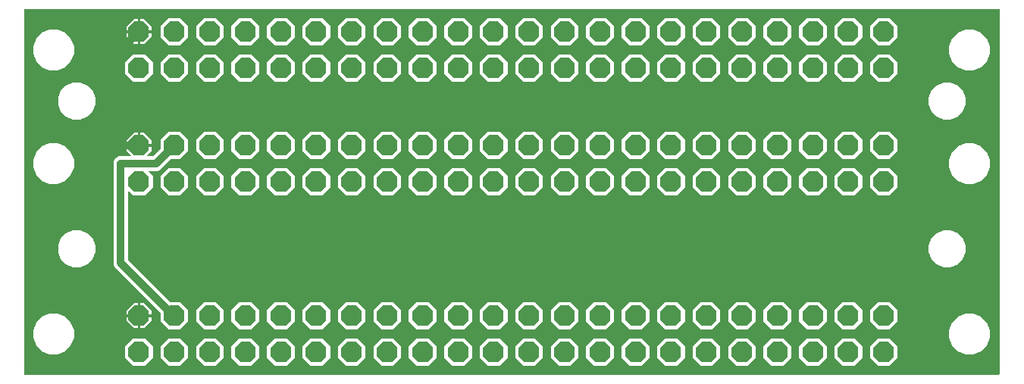
<source format=gbl>
G04 EAGLE Gerber RS-274X export*
G75*
%MOMM*%
%FSLAX34Y34*%
%LPD*%
%INBottom Copper*%
%IPPOS*%
%AMOC8*
5,1,8,0,0,1.08239X$1,22.5*%
G01*
%ADD10P,2.474344X8X202.500000*%
%ADD11P,2.474344X8X22.500000*%
%ADD12C,0.812800*%

G36*
X1093490Y5084D02*
X1093490Y5084D01*
X1093509Y5082D01*
X1093611Y5104D01*
X1093713Y5120D01*
X1093730Y5130D01*
X1093750Y5134D01*
X1093839Y5187D01*
X1093930Y5236D01*
X1093944Y5250D01*
X1093961Y5260D01*
X1094028Y5339D01*
X1094100Y5414D01*
X1094108Y5432D01*
X1094121Y5447D01*
X1094160Y5543D01*
X1094203Y5637D01*
X1094205Y5657D01*
X1094213Y5675D01*
X1094231Y5842D01*
X1094231Y413258D01*
X1094228Y413278D01*
X1094230Y413297D01*
X1094208Y413399D01*
X1094192Y413501D01*
X1094182Y413518D01*
X1094178Y413538D01*
X1094125Y413627D01*
X1094076Y413718D01*
X1094062Y413732D01*
X1094052Y413749D01*
X1093973Y413816D01*
X1093898Y413888D01*
X1093880Y413896D01*
X1093865Y413909D01*
X1093769Y413948D01*
X1093675Y413991D01*
X1093655Y413993D01*
X1093637Y414001D01*
X1093470Y414019D01*
X5842Y414019D01*
X5822Y414016D01*
X5803Y414018D01*
X5701Y413996D01*
X5599Y413980D01*
X5582Y413970D01*
X5562Y413966D01*
X5473Y413913D01*
X5382Y413864D01*
X5368Y413850D01*
X5351Y413840D01*
X5284Y413761D01*
X5212Y413686D01*
X5204Y413668D01*
X5191Y413653D01*
X5152Y413557D01*
X5109Y413463D01*
X5107Y413443D01*
X5099Y413425D01*
X5081Y413258D01*
X5081Y5842D01*
X5084Y5822D01*
X5082Y5803D01*
X5104Y5701D01*
X5120Y5599D01*
X5130Y5582D01*
X5134Y5562D01*
X5187Y5473D01*
X5236Y5382D01*
X5250Y5368D01*
X5260Y5351D01*
X5339Y5284D01*
X5414Y5212D01*
X5432Y5204D01*
X5447Y5191D01*
X5543Y5152D01*
X5637Y5109D01*
X5657Y5107D01*
X5675Y5099D01*
X5842Y5081D01*
X1093470Y5081D01*
X1093490Y5084D01*
G37*
%LPC*%
G36*
X166302Y55625D02*
X166302Y55625D01*
X157225Y64702D01*
X157225Y73851D01*
X157211Y73941D01*
X157203Y74032D01*
X157191Y74062D01*
X157186Y74094D01*
X157143Y74175D01*
X157107Y74258D01*
X157081Y74291D01*
X157070Y74311D01*
X157047Y74333D01*
X157002Y74389D01*
X108215Y123177D01*
X105821Y125570D01*
X104584Y128558D01*
X104584Y242917D01*
X105821Y245905D01*
X108108Y248191D01*
X111096Y249429D01*
X123692Y249429D01*
X123763Y249440D01*
X123834Y249442D01*
X123883Y249460D01*
X123935Y249468D01*
X123998Y249502D01*
X124065Y249527D01*
X124106Y249559D01*
X124152Y249584D01*
X124201Y249636D01*
X124257Y249680D01*
X124286Y249724D01*
X124321Y249762D01*
X124352Y249827D01*
X124390Y249887D01*
X124403Y249938D01*
X124425Y249985D01*
X124433Y250056D01*
X124450Y250126D01*
X124446Y250178D01*
X124452Y250229D01*
X124437Y250300D01*
X124431Y250371D01*
X124411Y250419D01*
X124400Y250470D01*
X124363Y250531D01*
X124335Y250597D01*
X124290Y250653D01*
X124274Y250681D01*
X124263Y250690D01*
X124260Y250694D01*
X124251Y250702D01*
X124230Y250728D01*
X119125Y255833D01*
X119125Y260097D01*
X132334Y260097D01*
X132354Y260100D01*
X132373Y260098D01*
X132475Y260120D01*
X132577Y260137D01*
X132594Y260146D01*
X132614Y260150D01*
X132703Y260203D01*
X132794Y260252D01*
X132808Y260266D01*
X132825Y260276D01*
X132892Y260355D01*
X132963Y260430D01*
X132972Y260448D01*
X132985Y260463D01*
X133023Y260559D01*
X133067Y260653D01*
X133069Y260673D01*
X133077Y260691D01*
X133095Y260858D01*
X133095Y261621D01*
X133097Y261621D01*
X133097Y260858D01*
X133100Y260839D01*
X133098Y260821D01*
X133098Y260820D01*
X133098Y260819D01*
X133120Y260717D01*
X133137Y260615D01*
X133146Y260598D01*
X133150Y260578D01*
X133203Y260489D01*
X133252Y260398D01*
X133266Y260384D01*
X133276Y260367D01*
X133355Y260300D01*
X133430Y260229D01*
X133448Y260220D01*
X133463Y260207D01*
X133559Y260168D01*
X133653Y260125D01*
X133673Y260123D01*
X133691Y260115D01*
X133858Y260097D01*
X147067Y260097D01*
X147067Y255833D01*
X141962Y250728D01*
X141920Y250670D01*
X141871Y250618D01*
X141849Y250571D01*
X141818Y250529D01*
X141797Y250460D01*
X141767Y250395D01*
X141761Y250343D01*
X141746Y250293D01*
X141748Y250222D01*
X141740Y250151D01*
X141751Y250100D01*
X141752Y250048D01*
X141777Y249980D01*
X141792Y249910D01*
X141819Y249865D01*
X141837Y249817D01*
X141882Y249761D01*
X141918Y249699D01*
X141958Y249665D01*
X141990Y249625D01*
X142051Y249586D01*
X142105Y249539D01*
X142154Y249520D01*
X142197Y249492D01*
X142267Y249474D01*
X142333Y249447D01*
X142405Y249439D01*
X142436Y249431D01*
X142459Y249433D01*
X142500Y249429D01*
X148718Y249429D01*
X148808Y249443D01*
X148899Y249451D01*
X148928Y249463D01*
X148960Y249468D01*
X149041Y249511D01*
X149125Y249547D01*
X149157Y249573D01*
X149178Y249584D01*
X149190Y249596D01*
X149191Y249597D01*
X149203Y249609D01*
X149256Y249652D01*
X157002Y257398D01*
X157055Y257472D01*
X157115Y257541D01*
X157127Y257572D01*
X157146Y257598D01*
X157173Y257685D01*
X157207Y257770D01*
X157211Y257811D01*
X157218Y257833D01*
X157217Y257865D01*
X157225Y257936D01*
X157225Y268038D01*
X166302Y277115D01*
X179138Y277115D01*
X188215Y268038D01*
X188215Y255202D01*
X179138Y246125D01*
X169036Y246125D01*
X168946Y246111D01*
X168855Y246103D01*
X168826Y246091D01*
X168794Y246086D01*
X168713Y246043D01*
X168629Y246007D01*
X168597Y245981D01*
X168576Y245970D01*
X168554Y245947D01*
X168498Y245902D01*
X157005Y234409D01*
X154017Y233171D01*
X144655Y233171D01*
X144585Y233160D01*
X144513Y233158D01*
X144464Y233140D01*
X144413Y233132D01*
X144349Y233098D01*
X144282Y233073D01*
X144241Y233041D01*
X144195Y233016D01*
X144146Y232964D01*
X144090Y232920D01*
X144062Y232876D01*
X144026Y232838D01*
X143996Y232773D01*
X143957Y232713D01*
X143944Y232662D01*
X143922Y232615D01*
X143914Y232544D01*
X143897Y232474D01*
X143901Y232422D01*
X143895Y232371D01*
X143910Y232300D01*
X143916Y232229D01*
X143936Y232181D01*
X143947Y232130D01*
X143984Y232069D01*
X144012Y232003D01*
X144057Y231947D01*
X144074Y231919D01*
X144091Y231904D01*
X144117Y231872D01*
X148591Y227398D01*
X148591Y214562D01*
X139514Y205485D01*
X126678Y205485D01*
X122141Y210022D01*
X122083Y210064D01*
X122031Y210114D01*
X121983Y210136D01*
X121941Y210166D01*
X121873Y210187D01*
X121807Y210217D01*
X121756Y210223D01*
X121706Y210238D01*
X121634Y210236D01*
X121563Y210244D01*
X121512Y210233D01*
X121460Y210232D01*
X121393Y210207D01*
X121323Y210192D01*
X121278Y210165D01*
X121229Y210147D01*
X121173Y210103D01*
X121112Y210066D01*
X121078Y210026D01*
X121037Y209994D01*
X120998Y209933D01*
X120952Y209879D01*
X120932Y209831D01*
X120904Y209787D01*
X120887Y209717D01*
X120860Y209651D01*
X120852Y209579D01*
X120844Y209548D01*
X120846Y209525D01*
X120841Y209484D01*
X120841Y133857D01*
X120856Y133767D01*
X120863Y133676D01*
X120876Y133647D01*
X120881Y133615D01*
X120924Y133534D01*
X120959Y133450D01*
X120985Y133418D01*
X120996Y133397D01*
X121019Y133375D01*
X121064Y133319D01*
X167546Y86838D01*
X167619Y86785D01*
X167689Y86725D01*
X167719Y86713D01*
X167745Y86694D01*
X167832Y86667D01*
X167917Y86633D01*
X167958Y86629D01*
X167980Y86622D01*
X168013Y86623D01*
X168084Y86615D01*
X179138Y86615D01*
X188215Y77538D01*
X188215Y64702D01*
X179138Y55625D01*
X166302Y55625D01*
G37*
%LPD*%
%LPC*%
G36*
X1056157Y27939D02*
X1056157Y27939D01*
X1047754Y31420D01*
X1041324Y37850D01*
X1037843Y46253D01*
X1037843Y55347D01*
X1041324Y63750D01*
X1047754Y70180D01*
X1056157Y73661D01*
X1065251Y73661D01*
X1073654Y70180D01*
X1080084Y63750D01*
X1083565Y55347D01*
X1083565Y46253D01*
X1080084Y37850D01*
X1073654Y31420D01*
X1065251Y27939D01*
X1056157Y27939D01*
G37*
%LPD*%
%LPC*%
G36*
X1056157Y345439D02*
X1056157Y345439D01*
X1047754Y348920D01*
X1041324Y355350D01*
X1037843Y363753D01*
X1037843Y372847D01*
X1041324Y381250D01*
X1047754Y387680D01*
X1056157Y391161D01*
X1065251Y391161D01*
X1073654Y387680D01*
X1080084Y381250D01*
X1083565Y372847D01*
X1083565Y363753D01*
X1080084Y355350D01*
X1073654Y348920D01*
X1065251Y345439D01*
X1056157Y345439D01*
G37*
%LPD*%
%LPC*%
G36*
X33045Y345439D02*
X33045Y345439D01*
X24642Y348920D01*
X18212Y355350D01*
X14731Y363753D01*
X14731Y372847D01*
X18212Y381250D01*
X24642Y387680D01*
X33045Y391161D01*
X42139Y391161D01*
X50542Y387680D01*
X56972Y381250D01*
X60453Y372847D01*
X60453Y363753D01*
X56972Y355350D01*
X50542Y348920D01*
X42139Y345439D01*
X33045Y345439D01*
G37*
%LPD*%
%LPC*%
G36*
X33045Y218439D02*
X33045Y218439D01*
X24642Y221920D01*
X18212Y228350D01*
X14731Y236753D01*
X14731Y245847D01*
X18212Y254250D01*
X24642Y260680D01*
X33045Y264161D01*
X42139Y264161D01*
X50542Y260680D01*
X56972Y254250D01*
X60453Y245847D01*
X60453Y236753D01*
X56972Y228350D01*
X50542Y221920D01*
X42139Y218439D01*
X33045Y218439D01*
G37*
%LPD*%
%LPC*%
G36*
X1056157Y218439D02*
X1056157Y218439D01*
X1047754Y221920D01*
X1041324Y228350D01*
X1037843Y236753D01*
X1037843Y245847D01*
X1041324Y254250D01*
X1047754Y260680D01*
X1056157Y264161D01*
X1065251Y264161D01*
X1073654Y260680D01*
X1080084Y254250D01*
X1083565Y245847D01*
X1083565Y236753D01*
X1080084Y228350D01*
X1073654Y221920D01*
X1065251Y218439D01*
X1056157Y218439D01*
G37*
%LPD*%
%LPC*%
G36*
X33045Y27939D02*
X33045Y27939D01*
X24642Y31420D01*
X18212Y37850D01*
X14731Y46253D01*
X14731Y55347D01*
X18212Y63750D01*
X24642Y70180D01*
X33045Y73661D01*
X42139Y73661D01*
X50542Y70180D01*
X56972Y63750D01*
X60453Y55347D01*
X60453Y46253D01*
X56972Y37850D01*
X50542Y31420D01*
X42139Y27939D01*
X33045Y27939D01*
G37*
%LPD*%
%LPC*%
G36*
X59357Y125221D02*
X59357Y125221D01*
X51701Y128392D01*
X45842Y134251D01*
X42671Y141907D01*
X42671Y150193D01*
X45842Y157849D01*
X51701Y163708D01*
X59357Y166879D01*
X67643Y166879D01*
X75299Y163708D01*
X81158Y157849D01*
X84329Y150193D01*
X84329Y141907D01*
X81158Y134251D01*
X75299Y128392D01*
X67643Y125221D01*
X59357Y125221D01*
G37*
%LPD*%
%LPC*%
G36*
X1031669Y125221D02*
X1031669Y125221D01*
X1024013Y128392D01*
X1018154Y134251D01*
X1014983Y141907D01*
X1014983Y150193D01*
X1018154Y157849D01*
X1024013Y163708D01*
X1031669Y166879D01*
X1039955Y166879D01*
X1047611Y163708D01*
X1053470Y157849D01*
X1056641Y150193D01*
X1056641Y141907D01*
X1053470Y134251D01*
X1047611Y128392D01*
X1039955Y125221D01*
X1031669Y125221D01*
G37*
%LPD*%
%LPC*%
G36*
X1031669Y290321D02*
X1031669Y290321D01*
X1024013Y293492D01*
X1018154Y299351D01*
X1014983Y307007D01*
X1014983Y315293D01*
X1018154Y322949D01*
X1024013Y328808D01*
X1031669Y331979D01*
X1039955Y331979D01*
X1047611Y328808D01*
X1053470Y322949D01*
X1056641Y315293D01*
X1056641Y307007D01*
X1053470Y299351D01*
X1047611Y293492D01*
X1039955Y290321D01*
X1031669Y290321D01*
G37*
%LPD*%
%LPC*%
G36*
X59357Y290321D02*
X59357Y290321D01*
X51701Y293492D01*
X45842Y299351D01*
X42671Y307007D01*
X42671Y315293D01*
X45842Y322949D01*
X51701Y328808D01*
X59357Y331979D01*
X67643Y331979D01*
X75299Y328808D01*
X81158Y322949D01*
X84329Y315293D01*
X84329Y307007D01*
X81158Y299351D01*
X75299Y293492D01*
X67643Y290321D01*
X59357Y290321D01*
G37*
%LPD*%
%LPC*%
G36*
X364422Y373125D02*
X364422Y373125D01*
X355345Y382202D01*
X355345Y395038D01*
X364422Y404115D01*
X377258Y404115D01*
X386335Y395038D01*
X386335Y382202D01*
X377258Y373125D01*
X364422Y373125D01*
G37*
%LPD*%
%LPC*%
G36*
X324798Y373125D02*
X324798Y373125D01*
X315721Y382202D01*
X315721Y395038D01*
X324798Y404115D01*
X337634Y404115D01*
X346711Y395038D01*
X346711Y382202D01*
X337634Y373125D01*
X324798Y373125D01*
G37*
%LPD*%
%LPC*%
G36*
X958782Y373125D02*
X958782Y373125D01*
X949705Y382202D01*
X949705Y395038D01*
X958782Y404115D01*
X971618Y404115D01*
X980695Y395038D01*
X980695Y382202D01*
X971618Y373125D01*
X958782Y373125D01*
G37*
%LPD*%
%LPC*%
G36*
X919158Y373125D02*
X919158Y373125D01*
X910081Y382202D01*
X910081Y395038D01*
X919158Y404115D01*
X931994Y404115D01*
X941071Y395038D01*
X941071Y382202D01*
X931994Y373125D01*
X919158Y373125D01*
G37*
%LPD*%
%LPC*%
G36*
X879534Y373125D02*
X879534Y373125D01*
X870457Y382202D01*
X870457Y395038D01*
X879534Y404115D01*
X892370Y404115D01*
X901447Y395038D01*
X901447Y382202D01*
X892370Y373125D01*
X879534Y373125D01*
G37*
%LPD*%
%LPC*%
G36*
X839910Y373125D02*
X839910Y373125D01*
X830833Y382202D01*
X830833Y395038D01*
X839910Y404115D01*
X852746Y404115D01*
X861823Y395038D01*
X861823Y382202D01*
X852746Y373125D01*
X839910Y373125D01*
G37*
%LPD*%
%LPC*%
G36*
X800286Y373125D02*
X800286Y373125D01*
X791209Y382202D01*
X791209Y395038D01*
X800286Y404115D01*
X813122Y404115D01*
X822199Y395038D01*
X822199Y382202D01*
X813122Y373125D01*
X800286Y373125D01*
G37*
%LPD*%
%LPC*%
G36*
X760662Y373125D02*
X760662Y373125D01*
X751585Y382202D01*
X751585Y395038D01*
X760662Y404115D01*
X773498Y404115D01*
X782575Y395038D01*
X782575Y382202D01*
X773498Y373125D01*
X760662Y373125D01*
G37*
%LPD*%
%LPC*%
G36*
X721038Y373125D02*
X721038Y373125D01*
X711961Y382202D01*
X711961Y395038D01*
X721038Y404115D01*
X733874Y404115D01*
X742951Y395038D01*
X742951Y382202D01*
X733874Y373125D01*
X721038Y373125D01*
G37*
%LPD*%
%LPC*%
G36*
X681414Y373125D02*
X681414Y373125D01*
X672337Y382202D01*
X672337Y395038D01*
X681414Y404115D01*
X694250Y404115D01*
X703327Y395038D01*
X703327Y382202D01*
X694250Y373125D01*
X681414Y373125D01*
G37*
%LPD*%
%LPC*%
G36*
X641790Y373125D02*
X641790Y373125D01*
X632713Y382202D01*
X632713Y395038D01*
X641790Y404115D01*
X654626Y404115D01*
X663703Y395038D01*
X663703Y382202D01*
X654626Y373125D01*
X641790Y373125D01*
G37*
%LPD*%
%LPC*%
G36*
X602166Y373125D02*
X602166Y373125D01*
X593089Y382202D01*
X593089Y395038D01*
X602166Y404115D01*
X615002Y404115D01*
X624079Y395038D01*
X624079Y382202D01*
X615002Y373125D01*
X602166Y373125D01*
G37*
%LPD*%
%LPC*%
G36*
X562542Y373125D02*
X562542Y373125D01*
X553465Y382202D01*
X553465Y395038D01*
X562542Y404115D01*
X575378Y404115D01*
X584455Y395038D01*
X584455Y382202D01*
X575378Y373125D01*
X562542Y373125D01*
G37*
%LPD*%
%LPC*%
G36*
X522918Y373125D02*
X522918Y373125D01*
X513841Y382202D01*
X513841Y395038D01*
X522918Y404115D01*
X535754Y404115D01*
X544831Y395038D01*
X544831Y382202D01*
X535754Y373125D01*
X522918Y373125D01*
G37*
%LPD*%
%LPC*%
G36*
X483294Y373125D02*
X483294Y373125D01*
X474217Y382202D01*
X474217Y395038D01*
X483294Y404115D01*
X496130Y404115D01*
X505207Y395038D01*
X505207Y382202D01*
X496130Y373125D01*
X483294Y373125D01*
G37*
%LPD*%
%LPC*%
G36*
X443670Y373125D02*
X443670Y373125D01*
X434593Y382202D01*
X434593Y395038D01*
X443670Y404115D01*
X456506Y404115D01*
X465583Y395038D01*
X465583Y382202D01*
X456506Y373125D01*
X443670Y373125D01*
G37*
%LPD*%
%LPC*%
G36*
X404046Y373125D02*
X404046Y373125D01*
X394969Y382202D01*
X394969Y395038D01*
X404046Y404115D01*
X416882Y404115D01*
X425959Y395038D01*
X425959Y382202D01*
X416882Y373125D01*
X404046Y373125D01*
G37*
%LPD*%
%LPC*%
G36*
X285174Y373125D02*
X285174Y373125D01*
X276097Y382202D01*
X276097Y395038D01*
X285174Y404115D01*
X298010Y404115D01*
X307087Y395038D01*
X307087Y382202D01*
X298010Y373125D01*
X285174Y373125D01*
G37*
%LPD*%
%LPC*%
G36*
X245550Y373125D02*
X245550Y373125D01*
X236473Y382202D01*
X236473Y395038D01*
X245550Y404115D01*
X258386Y404115D01*
X267463Y395038D01*
X267463Y382202D01*
X258386Y373125D01*
X245550Y373125D01*
G37*
%LPD*%
%LPC*%
G36*
X205926Y373125D02*
X205926Y373125D01*
X196849Y382202D01*
X196849Y395038D01*
X205926Y404115D01*
X218762Y404115D01*
X227839Y395038D01*
X227839Y382202D01*
X218762Y373125D01*
X205926Y373125D01*
G37*
%LPD*%
%LPC*%
G36*
X166302Y373125D02*
X166302Y373125D01*
X157225Y382202D01*
X157225Y395038D01*
X166302Y404115D01*
X179138Y404115D01*
X188215Y395038D01*
X188215Y382202D01*
X179138Y373125D01*
X166302Y373125D01*
G37*
%LPD*%
%LPC*%
G36*
X721038Y332485D02*
X721038Y332485D01*
X711961Y341562D01*
X711961Y354398D01*
X721038Y363475D01*
X733874Y363475D01*
X742951Y354398D01*
X742951Y341562D01*
X733874Y332485D01*
X721038Y332485D01*
G37*
%LPD*%
%LPC*%
G36*
X681414Y332485D02*
X681414Y332485D01*
X672337Y341562D01*
X672337Y354398D01*
X681414Y363475D01*
X694250Y363475D01*
X703327Y354398D01*
X703327Y341562D01*
X694250Y332485D01*
X681414Y332485D01*
G37*
%LPD*%
%LPC*%
G36*
X958782Y332485D02*
X958782Y332485D01*
X949705Y341562D01*
X949705Y354398D01*
X958782Y363475D01*
X971618Y363475D01*
X980695Y354398D01*
X980695Y341562D01*
X971618Y332485D01*
X958782Y332485D01*
G37*
%LPD*%
%LPC*%
G36*
X919158Y332485D02*
X919158Y332485D01*
X910081Y341562D01*
X910081Y354398D01*
X919158Y363475D01*
X931994Y363475D01*
X941071Y354398D01*
X941071Y341562D01*
X931994Y332485D01*
X919158Y332485D01*
G37*
%LPD*%
%LPC*%
G36*
X879534Y332485D02*
X879534Y332485D01*
X870457Y341562D01*
X870457Y354398D01*
X879534Y363475D01*
X892370Y363475D01*
X901447Y354398D01*
X901447Y341562D01*
X892370Y332485D01*
X879534Y332485D01*
G37*
%LPD*%
%LPC*%
G36*
X839910Y332485D02*
X839910Y332485D01*
X830833Y341562D01*
X830833Y354398D01*
X839910Y363475D01*
X852746Y363475D01*
X861823Y354398D01*
X861823Y341562D01*
X852746Y332485D01*
X839910Y332485D01*
G37*
%LPD*%
%LPC*%
G36*
X800286Y332485D02*
X800286Y332485D01*
X791209Y341562D01*
X791209Y354398D01*
X800286Y363475D01*
X813122Y363475D01*
X822199Y354398D01*
X822199Y341562D01*
X813122Y332485D01*
X800286Y332485D01*
G37*
%LPD*%
%LPC*%
G36*
X760662Y332485D02*
X760662Y332485D01*
X751585Y341562D01*
X751585Y354398D01*
X760662Y363475D01*
X773498Y363475D01*
X782575Y354398D01*
X782575Y341562D01*
X773498Y332485D01*
X760662Y332485D01*
G37*
%LPD*%
%LPC*%
G36*
X166302Y332485D02*
X166302Y332485D01*
X157225Y341562D01*
X157225Y354398D01*
X166302Y363475D01*
X179138Y363475D01*
X188215Y354398D01*
X188215Y341562D01*
X179138Y332485D01*
X166302Y332485D01*
G37*
%LPD*%
%LPC*%
G36*
X126678Y332485D02*
X126678Y332485D01*
X117601Y341562D01*
X117601Y354398D01*
X126678Y363475D01*
X139514Y363475D01*
X148591Y354398D01*
X148591Y341562D01*
X139514Y332485D01*
X126678Y332485D01*
G37*
%LPD*%
%LPC*%
G36*
X641790Y332485D02*
X641790Y332485D01*
X632713Y341562D01*
X632713Y354398D01*
X641790Y363475D01*
X654626Y363475D01*
X663703Y354398D01*
X663703Y341562D01*
X654626Y332485D01*
X641790Y332485D01*
G37*
%LPD*%
%LPC*%
G36*
X602166Y332485D02*
X602166Y332485D01*
X593089Y341562D01*
X593089Y354398D01*
X602166Y363475D01*
X615002Y363475D01*
X624079Y354398D01*
X624079Y341562D01*
X615002Y332485D01*
X602166Y332485D01*
G37*
%LPD*%
%LPC*%
G36*
X562542Y332485D02*
X562542Y332485D01*
X553465Y341562D01*
X553465Y354398D01*
X562542Y363475D01*
X575378Y363475D01*
X584455Y354398D01*
X584455Y341562D01*
X575378Y332485D01*
X562542Y332485D01*
G37*
%LPD*%
%LPC*%
G36*
X522918Y332485D02*
X522918Y332485D01*
X513841Y341562D01*
X513841Y354398D01*
X522918Y363475D01*
X535754Y363475D01*
X544831Y354398D01*
X544831Y341562D01*
X535754Y332485D01*
X522918Y332485D01*
G37*
%LPD*%
%LPC*%
G36*
X483294Y332485D02*
X483294Y332485D01*
X474217Y341562D01*
X474217Y354398D01*
X483294Y363475D01*
X496130Y363475D01*
X505207Y354398D01*
X505207Y341562D01*
X496130Y332485D01*
X483294Y332485D01*
G37*
%LPD*%
%LPC*%
G36*
X443670Y332485D02*
X443670Y332485D01*
X434593Y341562D01*
X434593Y354398D01*
X443670Y363475D01*
X456506Y363475D01*
X465583Y354398D01*
X465583Y341562D01*
X456506Y332485D01*
X443670Y332485D01*
G37*
%LPD*%
%LPC*%
G36*
X404046Y332485D02*
X404046Y332485D01*
X394969Y341562D01*
X394969Y354398D01*
X404046Y363475D01*
X416882Y363475D01*
X425959Y354398D01*
X425959Y341562D01*
X416882Y332485D01*
X404046Y332485D01*
G37*
%LPD*%
%LPC*%
G36*
X364422Y332485D02*
X364422Y332485D01*
X355345Y341562D01*
X355345Y354398D01*
X364422Y363475D01*
X377258Y363475D01*
X386335Y354398D01*
X386335Y341562D01*
X377258Y332485D01*
X364422Y332485D01*
G37*
%LPD*%
%LPC*%
G36*
X324798Y332485D02*
X324798Y332485D01*
X315721Y341562D01*
X315721Y354398D01*
X324798Y363475D01*
X337634Y363475D01*
X346711Y354398D01*
X346711Y341562D01*
X337634Y332485D01*
X324798Y332485D01*
G37*
%LPD*%
%LPC*%
G36*
X285174Y332485D02*
X285174Y332485D01*
X276097Y341562D01*
X276097Y354398D01*
X285174Y363475D01*
X298010Y363475D01*
X307087Y354398D01*
X307087Y341562D01*
X298010Y332485D01*
X285174Y332485D01*
G37*
%LPD*%
%LPC*%
G36*
X245550Y332485D02*
X245550Y332485D01*
X236473Y341562D01*
X236473Y354398D01*
X245550Y363475D01*
X258386Y363475D01*
X267463Y354398D01*
X267463Y341562D01*
X258386Y332485D01*
X245550Y332485D01*
G37*
%LPD*%
%LPC*%
G36*
X205926Y332485D02*
X205926Y332485D01*
X196849Y341562D01*
X196849Y354398D01*
X205926Y363475D01*
X218762Y363475D01*
X227839Y354398D01*
X227839Y341562D01*
X218762Y332485D01*
X205926Y332485D01*
G37*
%LPD*%
%LPC*%
G36*
X958782Y246125D02*
X958782Y246125D01*
X949705Y255202D01*
X949705Y268038D01*
X958782Y277115D01*
X971618Y277115D01*
X980695Y268038D01*
X980695Y255202D01*
X971618Y246125D01*
X958782Y246125D01*
G37*
%LPD*%
%LPC*%
G36*
X919158Y246125D02*
X919158Y246125D01*
X910081Y255202D01*
X910081Y268038D01*
X919158Y277115D01*
X931994Y277115D01*
X941071Y268038D01*
X941071Y255202D01*
X931994Y246125D01*
X919158Y246125D01*
G37*
%LPD*%
%LPC*%
G36*
X879534Y246125D02*
X879534Y246125D01*
X870457Y255202D01*
X870457Y268038D01*
X879534Y277115D01*
X892370Y277115D01*
X901447Y268038D01*
X901447Y255202D01*
X892370Y246125D01*
X879534Y246125D01*
G37*
%LPD*%
%LPC*%
G36*
X839910Y246125D02*
X839910Y246125D01*
X830833Y255202D01*
X830833Y268038D01*
X839910Y277115D01*
X852746Y277115D01*
X861823Y268038D01*
X861823Y255202D01*
X852746Y246125D01*
X839910Y246125D01*
G37*
%LPD*%
%LPC*%
G36*
X800286Y246125D02*
X800286Y246125D01*
X791209Y255202D01*
X791209Y268038D01*
X800286Y277115D01*
X813122Y277115D01*
X822199Y268038D01*
X822199Y255202D01*
X813122Y246125D01*
X800286Y246125D01*
G37*
%LPD*%
%LPC*%
G36*
X760662Y246125D02*
X760662Y246125D01*
X751585Y255202D01*
X751585Y268038D01*
X760662Y277115D01*
X773498Y277115D01*
X782575Y268038D01*
X782575Y255202D01*
X773498Y246125D01*
X760662Y246125D01*
G37*
%LPD*%
%LPC*%
G36*
X721038Y246125D02*
X721038Y246125D01*
X711961Y255202D01*
X711961Y268038D01*
X721038Y277115D01*
X733874Y277115D01*
X742951Y268038D01*
X742951Y255202D01*
X733874Y246125D01*
X721038Y246125D01*
G37*
%LPD*%
%LPC*%
G36*
X681414Y246125D02*
X681414Y246125D01*
X672337Y255202D01*
X672337Y268038D01*
X681414Y277115D01*
X694250Y277115D01*
X703327Y268038D01*
X703327Y255202D01*
X694250Y246125D01*
X681414Y246125D01*
G37*
%LPD*%
%LPC*%
G36*
X641790Y246125D02*
X641790Y246125D01*
X632713Y255202D01*
X632713Y268038D01*
X641790Y277115D01*
X654626Y277115D01*
X663703Y268038D01*
X663703Y255202D01*
X654626Y246125D01*
X641790Y246125D01*
G37*
%LPD*%
%LPC*%
G36*
X602166Y246125D02*
X602166Y246125D01*
X593089Y255202D01*
X593089Y268038D01*
X602166Y277115D01*
X615002Y277115D01*
X624079Y268038D01*
X624079Y255202D01*
X615002Y246125D01*
X602166Y246125D01*
G37*
%LPD*%
%LPC*%
G36*
X562542Y246125D02*
X562542Y246125D01*
X553465Y255202D01*
X553465Y268038D01*
X562542Y277115D01*
X575378Y277115D01*
X584455Y268038D01*
X584455Y255202D01*
X575378Y246125D01*
X562542Y246125D01*
G37*
%LPD*%
%LPC*%
G36*
X522918Y246125D02*
X522918Y246125D01*
X513841Y255202D01*
X513841Y268038D01*
X522918Y277115D01*
X535754Y277115D01*
X544831Y268038D01*
X544831Y255202D01*
X535754Y246125D01*
X522918Y246125D01*
G37*
%LPD*%
%LPC*%
G36*
X483294Y246125D02*
X483294Y246125D01*
X474217Y255202D01*
X474217Y268038D01*
X483294Y277115D01*
X496130Y277115D01*
X505207Y268038D01*
X505207Y255202D01*
X496130Y246125D01*
X483294Y246125D01*
G37*
%LPD*%
%LPC*%
G36*
X443670Y246125D02*
X443670Y246125D01*
X434593Y255202D01*
X434593Y268038D01*
X443670Y277115D01*
X456506Y277115D01*
X465583Y268038D01*
X465583Y255202D01*
X456506Y246125D01*
X443670Y246125D01*
G37*
%LPD*%
%LPC*%
G36*
X404046Y246125D02*
X404046Y246125D01*
X394969Y255202D01*
X394969Y268038D01*
X404046Y277115D01*
X416882Y277115D01*
X425959Y268038D01*
X425959Y255202D01*
X416882Y246125D01*
X404046Y246125D01*
G37*
%LPD*%
%LPC*%
G36*
X364422Y246125D02*
X364422Y246125D01*
X355345Y255202D01*
X355345Y268038D01*
X364422Y277115D01*
X377258Y277115D01*
X386335Y268038D01*
X386335Y255202D01*
X377258Y246125D01*
X364422Y246125D01*
G37*
%LPD*%
%LPC*%
G36*
X324798Y246125D02*
X324798Y246125D01*
X315721Y255202D01*
X315721Y268038D01*
X324798Y277115D01*
X337634Y277115D01*
X346711Y268038D01*
X346711Y255202D01*
X337634Y246125D01*
X324798Y246125D01*
G37*
%LPD*%
%LPC*%
G36*
X285174Y246125D02*
X285174Y246125D01*
X276097Y255202D01*
X276097Y268038D01*
X285174Y277115D01*
X298010Y277115D01*
X307087Y268038D01*
X307087Y255202D01*
X298010Y246125D01*
X285174Y246125D01*
G37*
%LPD*%
%LPC*%
G36*
X245550Y246125D02*
X245550Y246125D01*
X236473Y255202D01*
X236473Y268038D01*
X245550Y277115D01*
X258386Y277115D01*
X267463Y268038D01*
X267463Y255202D01*
X258386Y246125D01*
X245550Y246125D01*
G37*
%LPD*%
%LPC*%
G36*
X205926Y246125D02*
X205926Y246125D01*
X196849Y255202D01*
X196849Y268038D01*
X205926Y277115D01*
X218762Y277115D01*
X227839Y268038D01*
X227839Y255202D01*
X218762Y246125D01*
X205926Y246125D01*
G37*
%LPD*%
%LPC*%
G36*
X364422Y205485D02*
X364422Y205485D01*
X355345Y214562D01*
X355345Y227398D01*
X364422Y236475D01*
X377258Y236475D01*
X386335Y227398D01*
X386335Y214562D01*
X377258Y205485D01*
X364422Y205485D01*
G37*
%LPD*%
%LPC*%
G36*
X522918Y205485D02*
X522918Y205485D01*
X513841Y214562D01*
X513841Y227398D01*
X522918Y236475D01*
X535754Y236475D01*
X544831Y227398D01*
X544831Y214562D01*
X535754Y205485D01*
X522918Y205485D01*
G37*
%LPD*%
%LPC*%
G36*
X483294Y205485D02*
X483294Y205485D01*
X474217Y214562D01*
X474217Y227398D01*
X483294Y236475D01*
X496130Y236475D01*
X505207Y227398D01*
X505207Y214562D01*
X496130Y205485D01*
X483294Y205485D01*
G37*
%LPD*%
%LPC*%
G36*
X958782Y205485D02*
X958782Y205485D01*
X949705Y214562D01*
X949705Y227398D01*
X958782Y236475D01*
X971618Y236475D01*
X980695Y227398D01*
X980695Y214562D01*
X971618Y205485D01*
X958782Y205485D01*
G37*
%LPD*%
%LPC*%
G36*
X919158Y205485D02*
X919158Y205485D01*
X910081Y214562D01*
X910081Y227398D01*
X919158Y236475D01*
X931994Y236475D01*
X941071Y227398D01*
X941071Y214562D01*
X931994Y205485D01*
X919158Y205485D01*
G37*
%LPD*%
%LPC*%
G36*
X879534Y205485D02*
X879534Y205485D01*
X870457Y214562D01*
X870457Y227398D01*
X879534Y236475D01*
X892370Y236475D01*
X901447Y227398D01*
X901447Y214562D01*
X892370Y205485D01*
X879534Y205485D01*
G37*
%LPD*%
%LPC*%
G36*
X839910Y205485D02*
X839910Y205485D01*
X830833Y214562D01*
X830833Y227398D01*
X839910Y236475D01*
X852746Y236475D01*
X861823Y227398D01*
X861823Y214562D01*
X852746Y205485D01*
X839910Y205485D01*
G37*
%LPD*%
%LPC*%
G36*
X800286Y205485D02*
X800286Y205485D01*
X791209Y214562D01*
X791209Y227398D01*
X800286Y236475D01*
X813122Y236475D01*
X822199Y227398D01*
X822199Y214562D01*
X813122Y205485D01*
X800286Y205485D01*
G37*
%LPD*%
%LPC*%
G36*
X760662Y205485D02*
X760662Y205485D01*
X751585Y214562D01*
X751585Y227398D01*
X760662Y236475D01*
X773498Y236475D01*
X782575Y227398D01*
X782575Y214562D01*
X773498Y205485D01*
X760662Y205485D01*
G37*
%LPD*%
%LPC*%
G36*
X721038Y205485D02*
X721038Y205485D01*
X711961Y214562D01*
X711961Y227398D01*
X721038Y236475D01*
X733874Y236475D01*
X742951Y227398D01*
X742951Y214562D01*
X733874Y205485D01*
X721038Y205485D01*
G37*
%LPD*%
%LPC*%
G36*
X681414Y205485D02*
X681414Y205485D01*
X672337Y214562D01*
X672337Y227398D01*
X681414Y236475D01*
X694250Y236475D01*
X703327Y227398D01*
X703327Y214562D01*
X694250Y205485D01*
X681414Y205485D01*
G37*
%LPD*%
%LPC*%
G36*
X641790Y205485D02*
X641790Y205485D01*
X632713Y214562D01*
X632713Y227398D01*
X641790Y236475D01*
X654626Y236475D01*
X663703Y227398D01*
X663703Y214562D01*
X654626Y205485D01*
X641790Y205485D01*
G37*
%LPD*%
%LPC*%
G36*
X602166Y205485D02*
X602166Y205485D01*
X593089Y214562D01*
X593089Y227398D01*
X602166Y236475D01*
X615002Y236475D01*
X624079Y227398D01*
X624079Y214562D01*
X615002Y205485D01*
X602166Y205485D01*
G37*
%LPD*%
%LPC*%
G36*
X562542Y205485D02*
X562542Y205485D01*
X553465Y214562D01*
X553465Y227398D01*
X562542Y236475D01*
X575378Y236475D01*
X584455Y227398D01*
X584455Y214562D01*
X575378Y205485D01*
X562542Y205485D01*
G37*
%LPD*%
%LPC*%
G36*
X443670Y205485D02*
X443670Y205485D01*
X434593Y214562D01*
X434593Y227398D01*
X443670Y236475D01*
X456506Y236475D01*
X465583Y227398D01*
X465583Y214562D01*
X456506Y205485D01*
X443670Y205485D01*
G37*
%LPD*%
%LPC*%
G36*
X404046Y205485D02*
X404046Y205485D01*
X394969Y214562D01*
X394969Y227398D01*
X404046Y236475D01*
X416882Y236475D01*
X425959Y227398D01*
X425959Y214562D01*
X416882Y205485D01*
X404046Y205485D01*
G37*
%LPD*%
%LPC*%
G36*
X324798Y205485D02*
X324798Y205485D01*
X315721Y214562D01*
X315721Y227398D01*
X324798Y236475D01*
X337634Y236475D01*
X346711Y227398D01*
X346711Y214562D01*
X337634Y205485D01*
X324798Y205485D01*
G37*
%LPD*%
%LPC*%
G36*
X285174Y205485D02*
X285174Y205485D01*
X276097Y214562D01*
X276097Y227398D01*
X285174Y236475D01*
X298010Y236475D01*
X307087Y227398D01*
X307087Y214562D01*
X298010Y205485D01*
X285174Y205485D01*
G37*
%LPD*%
%LPC*%
G36*
X245550Y205485D02*
X245550Y205485D01*
X236473Y214562D01*
X236473Y227398D01*
X245550Y236475D01*
X258386Y236475D01*
X267463Y227398D01*
X267463Y214562D01*
X258386Y205485D01*
X245550Y205485D01*
G37*
%LPD*%
%LPC*%
G36*
X205926Y205485D02*
X205926Y205485D01*
X196849Y214562D01*
X196849Y227398D01*
X205926Y236475D01*
X218762Y236475D01*
X227839Y227398D01*
X227839Y214562D01*
X218762Y205485D01*
X205926Y205485D01*
G37*
%LPD*%
%LPC*%
G36*
X166302Y205485D02*
X166302Y205485D01*
X157225Y214562D01*
X157225Y227398D01*
X166302Y236475D01*
X179138Y236475D01*
X188215Y227398D01*
X188215Y214562D01*
X179138Y205485D01*
X166302Y205485D01*
G37*
%LPD*%
%LPC*%
G36*
X245550Y55625D02*
X245550Y55625D01*
X236473Y64702D01*
X236473Y77538D01*
X245550Y86615D01*
X258386Y86615D01*
X267463Y77538D01*
X267463Y64702D01*
X258386Y55625D01*
X245550Y55625D01*
G37*
%LPD*%
%LPC*%
G36*
X205926Y55625D02*
X205926Y55625D01*
X196849Y64702D01*
X196849Y77538D01*
X205926Y86615D01*
X218762Y86615D01*
X227839Y77538D01*
X227839Y64702D01*
X218762Y55625D01*
X205926Y55625D01*
G37*
%LPD*%
%LPC*%
G36*
X958782Y55625D02*
X958782Y55625D01*
X949705Y64702D01*
X949705Y77538D01*
X958782Y86615D01*
X971618Y86615D01*
X980695Y77538D01*
X980695Y64702D01*
X971618Y55625D01*
X958782Y55625D01*
G37*
%LPD*%
%LPC*%
G36*
X919158Y55625D02*
X919158Y55625D01*
X910081Y64702D01*
X910081Y77538D01*
X919158Y86615D01*
X931994Y86615D01*
X941071Y77538D01*
X941071Y64702D01*
X931994Y55625D01*
X919158Y55625D01*
G37*
%LPD*%
%LPC*%
G36*
X879534Y55625D02*
X879534Y55625D01*
X870457Y64702D01*
X870457Y77538D01*
X879534Y86615D01*
X892370Y86615D01*
X901447Y77538D01*
X901447Y64702D01*
X892370Y55625D01*
X879534Y55625D01*
G37*
%LPD*%
%LPC*%
G36*
X839910Y55625D02*
X839910Y55625D01*
X830833Y64702D01*
X830833Y77538D01*
X839910Y86615D01*
X852746Y86615D01*
X861823Y77538D01*
X861823Y64702D01*
X852746Y55625D01*
X839910Y55625D01*
G37*
%LPD*%
%LPC*%
G36*
X800286Y55625D02*
X800286Y55625D01*
X791209Y64702D01*
X791209Y77538D01*
X800286Y86615D01*
X813122Y86615D01*
X822199Y77538D01*
X822199Y64702D01*
X813122Y55625D01*
X800286Y55625D01*
G37*
%LPD*%
%LPC*%
G36*
X760662Y55625D02*
X760662Y55625D01*
X751585Y64702D01*
X751585Y77538D01*
X760662Y86615D01*
X773498Y86615D01*
X782575Y77538D01*
X782575Y64702D01*
X773498Y55625D01*
X760662Y55625D01*
G37*
%LPD*%
%LPC*%
G36*
X721038Y55625D02*
X721038Y55625D01*
X711961Y64702D01*
X711961Y77538D01*
X721038Y86615D01*
X733874Y86615D01*
X742951Y77538D01*
X742951Y64702D01*
X733874Y55625D01*
X721038Y55625D01*
G37*
%LPD*%
%LPC*%
G36*
X681414Y55625D02*
X681414Y55625D01*
X672337Y64702D01*
X672337Y77538D01*
X681414Y86615D01*
X694250Y86615D01*
X703327Y77538D01*
X703327Y64702D01*
X694250Y55625D01*
X681414Y55625D01*
G37*
%LPD*%
%LPC*%
G36*
X641790Y55625D02*
X641790Y55625D01*
X632713Y64702D01*
X632713Y77538D01*
X641790Y86615D01*
X654626Y86615D01*
X663703Y77538D01*
X663703Y64702D01*
X654626Y55625D01*
X641790Y55625D01*
G37*
%LPD*%
%LPC*%
G36*
X602166Y55625D02*
X602166Y55625D01*
X593089Y64702D01*
X593089Y77538D01*
X602166Y86615D01*
X615002Y86615D01*
X624079Y77538D01*
X624079Y64702D01*
X615002Y55625D01*
X602166Y55625D01*
G37*
%LPD*%
%LPC*%
G36*
X562542Y55625D02*
X562542Y55625D01*
X553465Y64702D01*
X553465Y77538D01*
X562542Y86615D01*
X575378Y86615D01*
X584455Y77538D01*
X584455Y64702D01*
X575378Y55625D01*
X562542Y55625D01*
G37*
%LPD*%
%LPC*%
G36*
X522918Y55625D02*
X522918Y55625D01*
X513841Y64702D01*
X513841Y77538D01*
X522918Y86615D01*
X535754Y86615D01*
X544831Y77538D01*
X544831Y64702D01*
X535754Y55625D01*
X522918Y55625D01*
G37*
%LPD*%
%LPC*%
G36*
X483294Y55625D02*
X483294Y55625D01*
X474217Y64702D01*
X474217Y77538D01*
X483294Y86615D01*
X496130Y86615D01*
X505207Y77538D01*
X505207Y64702D01*
X496130Y55625D01*
X483294Y55625D01*
G37*
%LPD*%
%LPC*%
G36*
X443670Y55625D02*
X443670Y55625D01*
X434593Y64702D01*
X434593Y77538D01*
X443670Y86615D01*
X456506Y86615D01*
X465583Y77538D01*
X465583Y64702D01*
X456506Y55625D01*
X443670Y55625D01*
G37*
%LPD*%
%LPC*%
G36*
X404046Y55625D02*
X404046Y55625D01*
X394969Y64702D01*
X394969Y77538D01*
X404046Y86615D01*
X416882Y86615D01*
X425959Y77538D01*
X425959Y64702D01*
X416882Y55625D01*
X404046Y55625D01*
G37*
%LPD*%
%LPC*%
G36*
X364422Y55625D02*
X364422Y55625D01*
X355345Y64702D01*
X355345Y77538D01*
X364422Y86615D01*
X377258Y86615D01*
X386335Y77538D01*
X386335Y64702D01*
X377258Y55625D01*
X364422Y55625D01*
G37*
%LPD*%
%LPC*%
G36*
X324798Y55625D02*
X324798Y55625D01*
X315721Y64702D01*
X315721Y77538D01*
X324798Y86615D01*
X337634Y86615D01*
X346711Y77538D01*
X346711Y64702D01*
X337634Y55625D01*
X324798Y55625D01*
G37*
%LPD*%
%LPC*%
G36*
X285174Y55625D02*
X285174Y55625D01*
X276097Y64702D01*
X276097Y77538D01*
X285174Y86615D01*
X298010Y86615D01*
X307087Y77538D01*
X307087Y64702D01*
X298010Y55625D01*
X285174Y55625D01*
G37*
%LPD*%
%LPC*%
G36*
X958782Y14985D02*
X958782Y14985D01*
X949705Y24062D01*
X949705Y36898D01*
X958782Y45975D01*
X971618Y45975D01*
X980695Y36898D01*
X980695Y24062D01*
X971618Y14985D01*
X958782Y14985D01*
G37*
%LPD*%
%LPC*%
G36*
X919158Y14985D02*
X919158Y14985D01*
X910081Y24062D01*
X910081Y36898D01*
X919158Y45975D01*
X931994Y45975D01*
X941071Y36898D01*
X941071Y24062D01*
X931994Y14985D01*
X919158Y14985D01*
G37*
%LPD*%
%LPC*%
G36*
X879534Y14985D02*
X879534Y14985D01*
X870457Y24062D01*
X870457Y36898D01*
X879534Y45975D01*
X892370Y45975D01*
X901447Y36898D01*
X901447Y24062D01*
X892370Y14985D01*
X879534Y14985D01*
G37*
%LPD*%
%LPC*%
G36*
X839910Y14985D02*
X839910Y14985D01*
X830833Y24062D01*
X830833Y36898D01*
X839910Y45975D01*
X852746Y45975D01*
X861823Y36898D01*
X861823Y24062D01*
X852746Y14985D01*
X839910Y14985D01*
G37*
%LPD*%
%LPC*%
G36*
X800286Y14985D02*
X800286Y14985D01*
X791209Y24062D01*
X791209Y36898D01*
X800286Y45975D01*
X813122Y45975D01*
X822199Y36898D01*
X822199Y24062D01*
X813122Y14985D01*
X800286Y14985D01*
G37*
%LPD*%
%LPC*%
G36*
X760662Y14985D02*
X760662Y14985D01*
X751585Y24062D01*
X751585Y36898D01*
X760662Y45975D01*
X773498Y45975D01*
X782575Y36898D01*
X782575Y24062D01*
X773498Y14985D01*
X760662Y14985D01*
G37*
%LPD*%
%LPC*%
G36*
X721038Y14985D02*
X721038Y14985D01*
X711961Y24062D01*
X711961Y36898D01*
X721038Y45975D01*
X733874Y45975D01*
X742951Y36898D01*
X742951Y24062D01*
X733874Y14985D01*
X721038Y14985D01*
G37*
%LPD*%
%LPC*%
G36*
X681414Y14985D02*
X681414Y14985D01*
X672337Y24062D01*
X672337Y36898D01*
X681414Y45975D01*
X694250Y45975D01*
X703327Y36898D01*
X703327Y24062D01*
X694250Y14985D01*
X681414Y14985D01*
G37*
%LPD*%
%LPC*%
G36*
X641790Y14985D02*
X641790Y14985D01*
X632713Y24062D01*
X632713Y36898D01*
X641790Y45975D01*
X654626Y45975D01*
X663703Y36898D01*
X663703Y24062D01*
X654626Y14985D01*
X641790Y14985D01*
G37*
%LPD*%
%LPC*%
G36*
X602166Y14985D02*
X602166Y14985D01*
X593089Y24062D01*
X593089Y36898D01*
X602166Y45975D01*
X615002Y45975D01*
X624079Y36898D01*
X624079Y24062D01*
X615002Y14985D01*
X602166Y14985D01*
G37*
%LPD*%
%LPC*%
G36*
X562542Y14985D02*
X562542Y14985D01*
X553465Y24062D01*
X553465Y36898D01*
X562542Y45975D01*
X575378Y45975D01*
X584455Y36898D01*
X584455Y24062D01*
X575378Y14985D01*
X562542Y14985D01*
G37*
%LPD*%
%LPC*%
G36*
X522918Y14985D02*
X522918Y14985D01*
X513841Y24062D01*
X513841Y36898D01*
X522918Y45975D01*
X535754Y45975D01*
X544831Y36898D01*
X544831Y24062D01*
X535754Y14985D01*
X522918Y14985D01*
G37*
%LPD*%
%LPC*%
G36*
X483294Y14985D02*
X483294Y14985D01*
X474217Y24062D01*
X474217Y36898D01*
X483294Y45975D01*
X496130Y45975D01*
X505207Y36898D01*
X505207Y24062D01*
X496130Y14985D01*
X483294Y14985D01*
G37*
%LPD*%
%LPC*%
G36*
X443670Y14985D02*
X443670Y14985D01*
X434593Y24062D01*
X434593Y36898D01*
X443670Y45975D01*
X456506Y45975D01*
X465583Y36898D01*
X465583Y24062D01*
X456506Y14985D01*
X443670Y14985D01*
G37*
%LPD*%
%LPC*%
G36*
X404046Y14985D02*
X404046Y14985D01*
X394969Y24062D01*
X394969Y36898D01*
X404046Y45975D01*
X416882Y45975D01*
X425959Y36898D01*
X425959Y24062D01*
X416882Y14985D01*
X404046Y14985D01*
G37*
%LPD*%
%LPC*%
G36*
X364422Y14985D02*
X364422Y14985D01*
X355345Y24062D01*
X355345Y36898D01*
X364422Y45975D01*
X377258Y45975D01*
X386335Y36898D01*
X386335Y24062D01*
X377258Y14985D01*
X364422Y14985D01*
G37*
%LPD*%
%LPC*%
G36*
X324798Y14985D02*
X324798Y14985D01*
X315721Y24062D01*
X315721Y36898D01*
X324798Y45975D01*
X337634Y45975D01*
X346711Y36898D01*
X346711Y24062D01*
X337634Y14985D01*
X324798Y14985D01*
G37*
%LPD*%
%LPC*%
G36*
X285174Y14985D02*
X285174Y14985D01*
X276097Y24062D01*
X276097Y36898D01*
X285174Y45975D01*
X298010Y45975D01*
X307087Y36898D01*
X307087Y24062D01*
X298010Y14985D01*
X285174Y14985D01*
G37*
%LPD*%
%LPC*%
G36*
X245550Y14985D02*
X245550Y14985D01*
X236473Y24062D01*
X236473Y36898D01*
X245550Y45975D01*
X258386Y45975D01*
X267463Y36898D01*
X267463Y24062D01*
X258386Y14985D01*
X245550Y14985D01*
G37*
%LPD*%
%LPC*%
G36*
X205926Y14985D02*
X205926Y14985D01*
X196849Y24062D01*
X196849Y36898D01*
X205926Y45975D01*
X218762Y45975D01*
X227839Y36898D01*
X227839Y24062D01*
X218762Y14985D01*
X205926Y14985D01*
G37*
%LPD*%
%LPC*%
G36*
X166302Y14985D02*
X166302Y14985D01*
X157225Y24062D01*
X157225Y36898D01*
X166302Y45975D01*
X179138Y45975D01*
X188215Y36898D01*
X188215Y24062D01*
X179138Y14985D01*
X166302Y14985D01*
G37*
%LPD*%
%LPC*%
G36*
X126678Y14985D02*
X126678Y14985D01*
X117601Y24062D01*
X117601Y36898D01*
X126678Y45975D01*
X139514Y45975D01*
X148591Y36898D01*
X148591Y24062D01*
X139514Y14985D01*
X126678Y14985D01*
G37*
%LPD*%
%LPC*%
G36*
X134619Y263143D02*
X134619Y263143D01*
X134619Y275591D01*
X138883Y275591D01*
X147067Y267407D01*
X147067Y263143D01*
X134619Y263143D01*
G37*
%LPD*%
%LPC*%
G36*
X134619Y72643D02*
X134619Y72643D01*
X134619Y85091D01*
X138883Y85091D01*
X147067Y76907D01*
X147067Y72643D01*
X134619Y72643D01*
G37*
%LPD*%
%LPC*%
G36*
X134619Y390143D02*
X134619Y390143D01*
X134619Y402591D01*
X138883Y402591D01*
X147067Y394407D01*
X147067Y390143D01*
X134619Y390143D01*
G37*
%LPD*%
%LPC*%
G36*
X119125Y263143D02*
X119125Y263143D01*
X119125Y267407D01*
X127309Y275591D01*
X131573Y275591D01*
X131573Y263143D01*
X119125Y263143D01*
G37*
%LPD*%
%LPC*%
G36*
X119125Y72643D02*
X119125Y72643D01*
X119125Y76907D01*
X127309Y85091D01*
X131573Y85091D01*
X131573Y72643D01*
X119125Y72643D01*
G37*
%LPD*%
%LPC*%
G36*
X119125Y390143D02*
X119125Y390143D01*
X119125Y394407D01*
X127309Y402591D01*
X131573Y402591D01*
X131573Y390143D01*
X119125Y390143D01*
G37*
%LPD*%
%LPC*%
G36*
X134619Y57149D02*
X134619Y57149D01*
X134619Y69597D01*
X147067Y69597D01*
X147067Y65333D01*
X138883Y57149D01*
X134619Y57149D01*
G37*
%LPD*%
%LPC*%
G36*
X134619Y374649D02*
X134619Y374649D01*
X134619Y387097D01*
X147067Y387097D01*
X147067Y382833D01*
X138883Y374649D01*
X134619Y374649D01*
G37*
%LPD*%
%LPC*%
G36*
X127309Y57149D02*
X127309Y57149D01*
X119125Y65333D01*
X119125Y69597D01*
X131573Y69597D01*
X131573Y57149D01*
X127309Y57149D01*
G37*
%LPD*%
%LPC*%
G36*
X127309Y374649D02*
X127309Y374649D01*
X119125Y382833D01*
X119125Y387097D01*
X131573Y387097D01*
X131573Y374649D01*
X127309Y374649D01*
G37*
%LPD*%
%LPC*%
G36*
X133095Y388619D02*
X133095Y388619D01*
X133095Y388621D01*
X133097Y388621D01*
X133097Y388619D01*
X133095Y388619D01*
G37*
%LPD*%
%LPC*%
G36*
X133095Y71119D02*
X133095Y71119D01*
X133095Y71121D01*
X133097Y71121D01*
X133097Y71119D01*
X133095Y71119D01*
G37*
%LPD*%
D10*
X568960Y261620D03*
X568960Y220980D03*
X608584Y261620D03*
X648208Y261620D03*
X687832Y261620D03*
X727456Y261620D03*
X767080Y261620D03*
X806704Y261620D03*
X846328Y261620D03*
X885952Y261620D03*
X925576Y261620D03*
X965200Y261620D03*
X608584Y220980D03*
X648208Y220980D03*
X687832Y220980D03*
X727456Y220980D03*
X767080Y220980D03*
X806704Y220980D03*
X846328Y220980D03*
X885952Y220980D03*
X925576Y220980D03*
X965200Y220980D03*
D11*
X529336Y220980D03*
X529336Y261620D03*
X489712Y220980D03*
X450088Y220980D03*
X410464Y220980D03*
X370840Y220980D03*
X331216Y220980D03*
X291592Y220980D03*
X251968Y220980D03*
X212344Y220980D03*
X172720Y220980D03*
X133096Y220980D03*
X489712Y261620D03*
X450088Y261620D03*
X410464Y261620D03*
X370840Y261620D03*
X331216Y261620D03*
X291592Y261620D03*
X251968Y261620D03*
X212344Y261620D03*
X172720Y261620D03*
X133096Y261620D03*
D10*
X568960Y71120D03*
X568960Y30480D03*
X608584Y71120D03*
X648208Y71120D03*
X687832Y71120D03*
X727456Y71120D03*
X767080Y71120D03*
X806704Y71120D03*
X846328Y71120D03*
X885952Y71120D03*
X925576Y71120D03*
X965200Y71120D03*
X608584Y30480D03*
X648208Y30480D03*
X687832Y30480D03*
X727456Y30480D03*
X767080Y30480D03*
X806704Y30480D03*
X846328Y30480D03*
X885952Y30480D03*
X925576Y30480D03*
X965200Y30480D03*
D11*
X529336Y30480D03*
X529336Y71120D03*
X489712Y30480D03*
X450088Y30480D03*
X410464Y30480D03*
X370840Y30480D03*
X331216Y30480D03*
X291592Y30480D03*
X251968Y30480D03*
X212344Y30480D03*
X172720Y30480D03*
X133096Y30480D03*
X489712Y71120D03*
X450088Y71120D03*
X410464Y71120D03*
X370840Y71120D03*
X331216Y71120D03*
X291592Y71120D03*
X251968Y71120D03*
X212344Y71120D03*
X172720Y71120D03*
X133096Y71120D03*
D10*
X568960Y388620D03*
X568960Y347980D03*
X608584Y388620D03*
X648208Y388620D03*
X687832Y388620D03*
X727456Y388620D03*
X767080Y388620D03*
X806704Y388620D03*
X846328Y388620D03*
X885952Y388620D03*
X925576Y388620D03*
X965200Y388620D03*
X608584Y347980D03*
X648208Y347980D03*
X687832Y347980D03*
X727456Y347980D03*
X767080Y347980D03*
X806704Y347980D03*
X846328Y347980D03*
X885952Y347980D03*
X925576Y347980D03*
X965200Y347980D03*
D11*
X529336Y347980D03*
X529336Y388620D03*
X489712Y347980D03*
X450088Y347980D03*
X410464Y347980D03*
X370840Y347980D03*
X331216Y347980D03*
X291592Y347980D03*
X251968Y347980D03*
X212344Y347980D03*
X172720Y347980D03*
X133096Y347980D03*
X489712Y388620D03*
X450088Y388620D03*
X410464Y388620D03*
X370840Y388620D03*
X331216Y388620D03*
X291592Y388620D03*
X251968Y388620D03*
X212344Y388620D03*
X172720Y388620D03*
X133096Y388620D03*
D12*
X112713Y130175D02*
X171450Y71438D01*
X112713Y130175D02*
X112713Y241300D01*
X152400Y241300D01*
X172720Y261620D01*
X171450Y71438D02*
X172720Y71120D01*
X112713Y368300D02*
X131763Y387350D01*
X112713Y368300D02*
X112713Y261938D01*
X131763Y261938D01*
X131763Y387350D02*
X133096Y388620D01*
X131763Y261938D02*
X133096Y261620D01*
M02*

</source>
